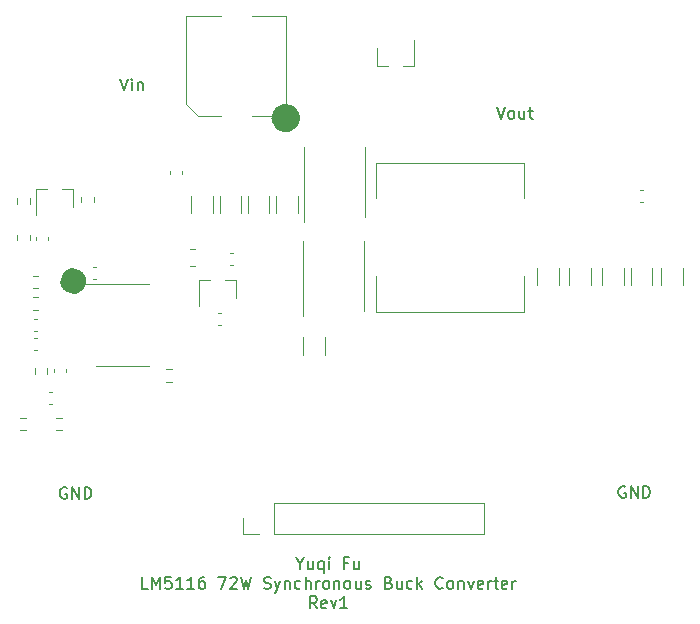
<source format=gbr>
%TF.GenerationSoftware,KiCad,Pcbnew,(5.1.8)-1*%
%TF.CreationDate,2022-03-13T17:16:43-07:00*%
%TF.ProjectId,lm5116_synchronous_buck,6c6d3531-3136-45f7-9379-6e6368726f6e,rev?*%
%TF.SameCoordinates,Original*%
%TF.FileFunction,Legend,Top*%
%TF.FilePolarity,Positive*%
%FSLAX46Y46*%
G04 Gerber Fmt 4.6, Leading zero omitted, Abs format (unit mm)*
G04 Created by KiCad (PCBNEW (5.1.8)-1) date 2022-03-13 17:16:43*
%MOMM*%
%LPD*%
G01*
G04 APERTURE LIST*
%ADD10C,2.000000*%
%ADD11C,0.150000*%
%ADD12C,0.120000*%
G04 APERTURE END LIST*
D10*
X140200000Y-84800000D02*
G75*
G03*
X140200000Y-84800000I-200000J0D01*
G01*
X122100000Y-98600000D02*
G75*
G03*
X122100000Y-98600000I-100000J0D01*
G01*
D11*
X141195238Y-122526190D02*
X141195238Y-123002380D01*
X140861904Y-122002380D02*
X141195238Y-122526190D01*
X141528571Y-122002380D01*
X142290476Y-122335714D02*
X142290476Y-123002380D01*
X141861904Y-122335714D02*
X141861904Y-122859523D01*
X141909523Y-122954761D01*
X142004761Y-123002380D01*
X142147619Y-123002380D01*
X142242857Y-122954761D01*
X142290476Y-122907142D01*
X143195238Y-122335714D02*
X143195238Y-123335714D01*
X143195238Y-122954761D02*
X143100000Y-123002380D01*
X142909523Y-123002380D01*
X142814285Y-122954761D01*
X142766666Y-122907142D01*
X142719047Y-122811904D01*
X142719047Y-122526190D01*
X142766666Y-122430952D01*
X142814285Y-122383333D01*
X142909523Y-122335714D01*
X143100000Y-122335714D01*
X143195238Y-122383333D01*
X143671428Y-123002380D02*
X143671428Y-122335714D01*
X143671428Y-122002380D02*
X143623809Y-122050000D01*
X143671428Y-122097619D01*
X143719047Y-122050000D01*
X143671428Y-122002380D01*
X143671428Y-122097619D01*
X145242857Y-122478571D02*
X144909523Y-122478571D01*
X144909523Y-123002380D02*
X144909523Y-122002380D01*
X145385714Y-122002380D01*
X146195238Y-122335714D02*
X146195238Y-123002380D01*
X145766666Y-122335714D02*
X145766666Y-122859523D01*
X145814285Y-122954761D01*
X145909523Y-123002380D01*
X146052380Y-123002380D01*
X146147619Y-122954761D01*
X146195238Y-122907142D01*
X128338095Y-124652380D02*
X127861904Y-124652380D01*
X127861904Y-123652380D01*
X128671428Y-124652380D02*
X128671428Y-123652380D01*
X129004761Y-124366666D01*
X129338095Y-123652380D01*
X129338095Y-124652380D01*
X130290476Y-123652380D02*
X129814285Y-123652380D01*
X129766666Y-124128571D01*
X129814285Y-124080952D01*
X129909523Y-124033333D01*
X130147619Y-124033333D01*
X130242857Y-124080952D01*
X130290476Y-124128571D01*
X130338095Y-124223809D01*
X130338095Y-124461904D01*
X130290476Y-124557142D01*
X130242857Y-124604761D01*
X130147619Y-124652380D01*
X129909523Y-124652380D01*
X129814285Y-124604761D01*
X129766666Y-124557142D01*
X131290476Y-124652380D02*
X130719047Y-124652380D01*
X131004761Y-124652380D02*
X131004761Y-123652380D01*
X130909523Y-123795238D01*
X130814285Y-123890476D01*
X130719047Y-123938095D01*
X132242857Y-124652380D02*
X131671428Y-124652380D01*
X131957142Y-124652380D02*
X131957142Y-123652380D01*
X131861904Y-123795238D01*
X131766666Y-123890476D01*
X131671428Y-123938095D01*
X133100000Y-123652380D02*
X132909523Y-123652380D01*
X132814285Y-123700000D01*
X132766666Y-123747619D01*
X132671428Y-123890476D01*
X132623809Y-124080952D01*
X132623809Y-124461904D01*
X132671428Y-124557142D01*
X132719047Y-124604761D01*
X132814285Y-124652380D01*
X133004761Y-124652380D01*
X133100000Y-124604761D01*
X133147619Y-124557142D01*
X133195238Y-124461904D01*
X133195238Y-124223809D01*
X133147619Y-124128571D01*
X133100000Y-124080952D01*
X133004761Y-124033333D01*
X132814285Y-124033333D01*
X132719047Y-124080952D01*
X132671428Y-124128571D01*
X132623809Y-124223809D01*
X134290476Y-123652380D02*
X134957142Y-123652380D01*
X134528571Y-124652380D01*
X135290476Y-123747619D02*
X135338095Y-123700000D01*
X135433333Y-123652380D01*
X135671428Y-123652380D01*
X135766666Y-123700000D01*
X135814285Y-123747619D01*
X135861904Y-123842857D01*
X135861904Y-123938095D01*
X135814285Y-124080952D01*
X135242857Y-124652380D01*
X135861904Y-124652380D01*
X136195238Y-123652380D02*
X136433333Y-124652380D01*
X136623809Y-123938095D01*
X136814285Y-124652380D01*
X137052380Y-123652380D01*
X138147619Y-124604761D02*
X138290476Y-124652380D01*
X138528571Y-124652380D01*
X138623809Y-124604761D01*
X138671428Y-124557142D01*
X138719047Y-124461904D01*
X138719047Y-124366666D01*
X138671428Y-124271428D01*
X138623809Y-124223809D01*
X138528571Y-124176190D01*
X138338095Y-124128571D01*
X138242857Y-124080952D01*
X138195238Y-124033333D01*
X138147619Y-123938095D01*
X138147619Y-123842857D01*
X138195238Y-123747619D01*
X138242857Y-123700000D01*
X138338095Y-123652380D01*
X138576190Y-123652380D01*
X138719047Y-123700000D01*
X139052380Y-123985714D02*
X139290476Y-124652380D01*
X139528571Y-123985714D02*
X139290476Y-124652380D01*
X139195238Y-124890476D01*
X139147619Y-124938095D01*
X139052380Y-124985714D01*
X139909523Y-123985714D02*
X139909523Y-124652380D01*
X139909523Y-124080952D02*
X139957142Y-124033333D01*
X140052380Y-123985714D01*
X140195238Y-123985714D01*
X140290476Y-124033333D01*
X140338095Y-124128571D01*
X140338095Y-124652380D01*
X141242857Y-124604761D02*
X141147619Y-124652380D01*
X140957142Y-124652380D01*
X140861904Y-124604761D01*
X140814285Y-124557142D01*
X140766666Y-124461904D01*
X140766666Y-124176190D01*
X140814285Y-124080952D01*
X140861904Y-124033333D01*
X140957142Y-123985714D01*
X141147619Y-123985714D01*
X141242857Y-124033333D01*
X141671428Y-124652380D02*
X141671428Y-123652380D01*
X142100000Y-124652380D02*
X142100000Y-124128571D01*
X142052380Y-124033333D01*
X141957142Y-123985714D01*
X141814285Y-123985714D01*
X141719047Y-124033333D01*
X141671428Y-124080952D01*
X142576190Y-124652380D02*
X142576190Y-123985714D01*
X142576190Y-124176190D02*
X142623809Y-124080952D01*
X142671428Y-124033333D01*
X142766666Y-123985714D01*
X142861904Y-123985714D01*
X143338095Y-124652380D02*
X143242857Y-124604761D01*
X143195238Y-124557142D01*
X143147619Y-124461904D01*
X143147619Y-124176190D01*
X143195238Y-124080952D01*
X143242857Y-124033333D01*
X143338095Y-123985714D01*
X143480952Y-123985714D01*
X143576190Y-124033333D01*
X143623809Y-124080952D01*
X143671428Y-124176190D01*
X143671428Y-124461904D01*
X143623809Y-124557142D01*
X143576190Y-124604761D01*
X143480952Y-124652380D01*
X143338095Y-124652380D01*
X144100000Y-123985714D02*
X144100000Y-124652380D01*
X144100000Y-124080952D02*
X144147619Y-124033333D01*
X144242857Y-123985714D01*
X144385714Y-123985714D01*
X144480952Y-124033333D01*
X144528571Y-124128571D01*
X144528571Y-124652380D01*
X145147619Y-124652380D02*
X145052380Y-124604761D01*
X145004761Y-124557142D01*
X144957142Y-124461904D01*
X144957142Y-124176190D01*
X145004761Y-124080952D01*
X145052380Y-124033333D01*
X145147619Y-123985714D01*
X145290476Y-123985714D01*
X145385714Y-124033333D01*
X145433333Y-124080952D01*
X145480952Y-124176190D01*
X145480952Y-124461904D01*
X145433333Y-124557142D01*
X145385714Y-124604761D01*
X145290476Y-124652380D01*
X145147619Y-124652380D01*
X146338095Y-123985714D02*
X146338095Y-124652380D01*
X145909523Y-123985714D02*
X145909523Y-124509523D01*
X145957142Y-124604761D01*
X146052380Y-124652380D01*
X146195238Y-124652380D01*
X146290476Y-124604761D01*
X146338095Y-124557142D01*
X146766666Y-124604761D02*
X146861904Y-124652380D01*
X147052380Y-124652380D01*
X147147619Y-124604761D01*
X147195238Y-124509523D01*
X147195238Y-124461904D01*
X147147619Y-124366666D01*
X147052380Y-124319047D01*
X146909523Y-124319047D01*
X146814285Y-124271428D01*
X146766666Y-124176190D01*
X146766666Y-124128571D01*
X146814285Y-124033333D01*
X146909523Y-123985714D01*
X147052380Y-123985714D01*
X147147619Y-124033333D01*
X148719047Y-124128571D02*
X148861904Y-124176190D01*
X148909523Y-124223809D01*
X148957142Y-124319047D01*
X148957142Y-124461904D01*
X148909523Y-124557142D01*
X148861904Y-124604761D01*
X148766666Y-124652380D01*
X148385714Y-124652380D01*
X148385714Y-123652380D01*
X148719047Y-123652380D01*
X148814285Y-123700000D01*
X148861904Y-123747619D01*
X148909523Y-123842857D01*
X148909523Y-123938095D01*
X148861904Y-124033333D01*
X148814285Y-124080952D01*
X148719047Y-124128571D01*
X148385714Y-124128571D01*
X149814285Y-123985714D02*
X149814285Y-124652380D01*
X149385714Y-123985714D02*
X149385714Y-124509523D01*
X149433333Y-124604761D01*
X149528571Y-124652380D01*
X149671428Y-124652380D01*
X149766666Y-124604761D01*
X149814285Y-124557142D01*
X150719047Y-124604761D02*
X150623809Y-124652380D01*
X150433333Y-124652380D01*
X150338095Y-124604761D01*
X150290476Y-124557142D01*
X150242857Y-124461904D01*
X150242857Y-124176190D01*
X150290476Y-124080952D01*
X150338095Y-124033333D01*
X150433333Y-123985714D01*
X150623809Y-123985714D01*
X150719047Y-124033333D01*
X151147619Y-124652380D02*
X151147619Y-123652380D01*
X151242857Y-124271428D02*
X151528571Y-124652380D01*
X151528571Y-123985714D02*
X151147619Y-124366666D01*
X153290476Y-124557142D02*
X153242857Y-124604761D01*
X153100000Y-124652380D01*
X153004761Y-124652380D01*
X152861904Y-124604761D01*
X152766666Y-124509523D01*
X152719047Y-124414285D01*
X152671428Y-124223809D01*
X152671428Y-124080952D01*
X152719047Y-123890476D01*
X152766666Y-123795238D01*
X152861904Y-123700000D01*
X153004761Y-123652380D01*
X153100000Y-123652380D01*
X153242857Y-123700000D01*
X153290476Y-123747619D01*
X153861904Y-124652380D02*
X153766666Y-124604761D01*
X153719047Y-124557142D01*
X153671428Y-124461904D01*
X153671428Y-124176190D01*
X153719047Y-124080952D01*
X153766666Y-124033333D01*
X153861904Y-123985714D01*
X154004761Y-123985714D01*
X154100000Y-124033333D01*
X154147619Y-124080952D01*
X154195238Y-124176190D01*
X154195238Y-124461904D01*
X154147619Y-124557142D01*
X154100000Y-124604761D01*
X154004761Y-124652380D01*
X153861904Y-124652380D01*
X154623809Y-123985714D02*
X154623809Y-124652380D01*
X154623809Y-124080952D02*
X154671428Y-124033333D01*
X154766666Y-123985714D01*
X154909523Y-123985714D01*
X155004761Y-124033333D01*
X155052380Y-124128571D01*
X155052380Y-124652380D01*
X155433333Y-123985714D02*
X155671428Y-124652380D01*
X155909523Y-123985714D01*
X156671428Y-124604761D02*
X156576190Y-124652380D01*
X156385714Y-124652380D01*
X156290476Y-124604761D01*
X156242857Y-124509523D01*
X156242857Y-124128571D01*
X156290476Y-124033333D01*
X156385714Y-123985714D01*
X156576190Y-123985714D01*
X156671428Y-124033333D01*
X156719047Y-124128571D01*
X156719047Y-124223809D01*
X156242857Y-124319047D01*
X157147619Y-124652380D02*
X157147619Y-123985714D01*
X157147619Y-124176190D02*
X157195238Y-124080952D01*
X157242857Y-124033333D01*
X157338095Y-123985714D01*
X157433333Y-123985714D01*
X157623809Y-123985714D02*
X158004761Y-123985714D01*
X157766666Y-123652380D02*
X157766666Y-124509523D01*
X157814285Y-124604761D01*
X157909523Y-124652380D01*
X158004761Y-124652380D01*
X158719047Y-124604761D02*
X158623809Y-124652380D01*
X158433333Y-124652380D01*
X158338095Y-124604761D01*
X158290476Y-124509523D01*
X158290476Y-124128571D01*
X158338095Y-124033333D01*
X158433333Y-123985714D01*
X158623809Y-123985714D01*
X158719047Y-124033333D01*
X158766666Y-124128571D01*
X158766666Y-124223809D01*
X158290476Y-124319047D01*
X159195238Y-124652380D02*
X159195238Y-123985714D01*
X159195238Y-124176190D02*
X159242857Y-124080952D01*
X159290476Y-124033333D01*
X159385714Y-123985714D01*
X159480952Y-123985714D01*
X142623809Y-126302380D02*
X142290476Y-125826190D01*
X142052380Y-126302380D02*
X142052380Y-125302380D01*
X142433333Y-125302380D01*
X142528571Y-125350000D01*
X142576190Y-125397619D01*
X142623809Y-125492857D01*
X142623809Y-125635714D01*
X142576190Y-125730952D01*
X142528571Y-125778571D01*
X142433333Y-125826190D01*
X142052380Y-125826190D01*
X143433333Y-126254761D02*
X143338095Y-126302380D01*
X143147619Y-126302380D01*
X143052380Y-126254761D01*
X143004761Y-126159523D01*
X143004761Y-125778571D01*
X143052380Y-125683333D01*
X143147619Y-125635714D01*
X143338095Y-125635714D01*
X143433333Y-125683333D01*
X143480952Y-125778571D01*
X143480952Y-125873809D01*
X143004761Y-125969047D01*
X143814285Y-125635714D02*
X144052380Y-126302380D01*
X144290476Y-125635714D01*
X145195238Y-126302380D02*
X144623809Y-126302380D01*
X144909523Y-126302380D02*
X144909523Y-125302380D01*
X144814285Y-125445238D01*
X144719047Y-125540476D01*
X144623809Y-125588095D01*
X121438095Y-116100000D02*
X121342857Y-116052380D01*
X121200000Y-116052380D01*
X121057142Y-116100000D01*
X120961904Y-116195238D01*
X120914285Y-116290476D01*
X120866666Y-116480952D01*
X120866666Y-116623809D01*
X120914285Y-116814285D01*
X120961904Y-116909523D01*
X121057142Y-117004761D01*
X121200000Y-117052380D01*
X121295238Y-117052380D01*
X121438095Y-117004761D01*
X121485714Y-116957142D01*
X121485714Y-116623809D01*
X121295238Y-116623809D01*
X121914285Y-117052380D02*
X121914285Y-116052380D01*
X122485714Y-117052380D01*
X122485714Y-116052380D01*
X122961904Y-117052380D02*
X122961904Y-116052380D01*
X123200000Y-116052380D01*
X123342857Y-116100000D01*
X123438095Y-116195238D01*
X123485714Y-116290476D01*
X123533333Y-116480952D01*
X123533333Y-116623809D01*
X123485714Y-116814285D01*
X123438095Y-116909523D01*
X123342857Y-117004761D01*
X123200000Y-117052380D01*
X122961904Y-117052380D01*
X168738095Y-116000000D02*
X168642857Y-115952380D01*
X168500000Y-115952380D01*
X168357142Y-116000000D01*
X168261904Y-116095238D01*
X168214285Y-116190476D01*
X168166666Y-116380952D01*
X168166666Y-116523809D01*
X168214285Y-116714285D01*
X168261904Y-116809523D01*
X168357142Y-116904761D01*
X168500000Y-116952380D01*
X168595238Y-116952380D01*
X168738095Y-116904761D01*
X168785714Y-116857142D01*
X168785714Y-116523809D01*
X168595238Y-116523809D01*
X169214285Y-116952380D02*
X169214285Y-115952380D01*
X169785714Y-116952380D01*
X169785714Y-115952380D01*
X170261904Y-116952380D02*
X170261904Y-115952380D01*
X170500000Y-115952380D01*
X170642857Y-116000000D01*
X170738095Y-116095238D01*
X170785714Y-116190476D01*
X170833333Y-116380952D01*
X170833333Y-116523809D01*
X170785714Y-116714285D01*
X170738095Y-116809523D01*
X170642857Y-116904761D01*
X170500000Y-116952380D01*
X170261904Y-116952380D01*
X125976190Y-81452380D02*
X126309523Y-82452380D01*
X126642857Y-81452380D01*
X126976190Y-82452380D02*
X126976190Y-81785714D01*
X126976190Y-81452380D02*
X126928571Y-81500000D01*
X126976190Y-81547619D01*
X127023809Y-81500000D01*
X126976190Y-81452380D01*
X126976190Y-81547619D01*
X127452380Y-81785714D02*
X127452380Y-82452380D01*
X127452380Y-81880952D02*
X127500000Y-81833333D01*
X127595238Y-81785714D01*
X127738095Y-81785714D01*
X127833333Y-81833333D01*
X127880952Y-81928571D01*
X127880952Y-82452380D01*
X157876190Y-83852380D02*
X158209523Y-84852380D01*
X158542857Y-83852380D01*
X159019047Y-84852380D02*
X158923809Y-84804761D01*
X158876190Y-84757142D01*
X158828571Y-84661904D01*
X158828571Y-84376190D01*
X158876190Y-84280952D01*
X158923809Y-84233333D01*
X159019047Y-84185714D01*
X159161904Y-84185714D01*
X159257142Y-84233333D01*
X159304761Y-84280952D01*
X159352380Y-84376190D01*
X159352380Y-84661904D01*
X159304761Y-84757142D01*
X159257142Y-84804761D01*
X159161904Y-84852380D01*
X159019047Y-84852380D01*
X160209523Y-84185714D02*
X160209523Y-84852380D01*
X159780952Y-84185714D02*
X159780952Y-84709523D01*
X159828571Y-84804761D01*
X159923809Y-84852380D01*
X160066666Y-84852380D01*
X160161904Y-84804761D01*
X160209523Y-84757142D01*
X160542857Y-84185714D02*
X160923809Y-84185714D01*
X160685714Y-83852380D02*
X160685714Y-84709523D01*
X160733333Y-84804761D01*
X160828571Y-84852380D01*
X160923809Y-84852380D01*
D12*
%TO.C,C10*%
X133810000Y-91388748D02*
X133810000Y-92811252D01*
X131990000Y-91388748D02*
X131990000Y-92811252D01*
%TO.C,C9*%
X136790000Y-91388748D02*
X136790000Y-92811252D01*
X138610000Y-91388748D02*
X138610000Y-92811252D01*
%TO.C,C8*%
X139190000Y-91388748D02*
X139190000Y-92811252D01*
X141010000Y-91388748D02*
X141010000Y-92811252D01*
%TO.C,C7*%
X134390000Y-91388748D02*
X134390000Y-92811252D01*
X136210000Y-91388748D02*
X136210000Y-92811252D01*
%TO.C,C4*%
X138995563Y-84660000D02*
X140060000Y-83595563D01*
X132604437Y-84660000D02*
X131540000Y-83595563D01*
X132604437Y-84660000D02*
X134490000Y-84660000D01*
X138995563Y-84660000D02*
X137110000Y-84660000D01*
X140060000Y-83595563D02*
X140060000Y-76140000D01*
X131540000Y-83595563D02*
X131540000Y-76140000D01*
X131540000Y-76140000D02*
X134490000Y-76140000D01*
X140060000Y-76140000D02*
X137110000Y-76140000D01*
%TO.C,D3*%
X147720000Y-80360000D02*
X147720000Y-78900000D01*
X150880000Y-80360000D02*
X150880000Y-78200000D01*
X150880000Y-80360000D02*
X149950000Y-80360000D01*
X147720000Y-80360000D02*
X148650000Y-80360000D01*
%TO.C,C20*%
X169959420Y-91910000D02*
X170240580Y-91910000D01*
X169959420Y-90890000D02*
X170240580Y-90890000D01*
%TO.C,C12*%
X131210000Y-89540580D02*
X131210000Y-89259420D01*
X130190000Y-89540580D02*
X130190000Y-89259420D01*
%TO.C,C3*%
X120390000Y-106340580D02*
X120390000Y-106059420D01*
X121410000Y-106340580D02*
X121410000Y-106059420D01*
%TO.C,C11*%
X135259420Y-96190000D02*
X135540580Y-96190000D01*
X135259420Y-97210000D02*
X135540580Y-97210000D01*
%TO.C,C1*%
X119910000Y-94834420D02*
X119910000Y-95115580D01*
X118890000Y-94834420D02*
X118890000Y-95115580D01*
%TO.C,C6*%
X118940580Y-104410000D02*
X118659420Y-104410000D01*
X118940580Y-103390000D02*
X118659420Y-103390000D01*
%TO.C,R1*%
X118322500Y-91562742D02*
X118322500Y-92037258D01*
X117277500Y-91562742D02*
X117277500Y-92037258D01*
%TO.C,C5*%
X120240580Y-109010000D02*
X119959420Y-109010000D01*
X120240580Y-107990000D02*
X119959420Y-107990000D01*
%TO.C,R2*%
X118322500Y-94687742D02*
X118322500Y-95162258D01*
X117277500Y-94687742D02*
X117277500Y-95162258D01*
%TO.C,C19*%
X123940580Y-98410000D02*
X123659420Y-98410000D01*
X123940580Y-97390000D02*
X123659420Y-97390000D01*
%TO.C,C13*%
X134259420Y-101290000D02*
X134540580Y-101290000D01*
X134259420Y-102310000D02*
X134540580Y-102310000D01*
%TO.C,R3*%
X118777500Y-106437258D02*
X118777500Y-105962742D01*
X119822500Y-106437258D02*
X119822500Y-105962742D01*
%TO.C,C2*%
X118659420Y-101790000D02*
X118940580Y-101790000D01*
X118659420Y-102810000D02*
X118940580Y-102810000D01*
%TO.C,R7*%
X129862742Y-106077500D02*
X130337258Y-106077500D01*
X129862742Y-107122500D02*
X130337258Y-107122500D01*
%TO.C,R6*%
X122677500Y-91937258D02*
X122677500Y-91462742D01*
X123722500Y-91937258D02*
X123722500Y-91462742D01*
%TO.C,R5*%
X119037258Y-99222500D02*
X118562742Y-99222500D01*
X119037258Y-98177500D02*
X118562742Y-98177500D01*
%TO.C,U1*%
X122450000Y-98850000D02*
X128430000Y-98850000D01*
X123970000Y-105750000D02*
X128430000Y-105750000D01*
%TO.C,R4*%
X118562742Y-99977500D02*
X119037258Y-99977500D01*
X118562742Y-101022500D02*
X119037258Y-101022500D01*
%TO.C,D1*%
X121980000Y-90840000D02*
X121980000Y-92300000D01*
X118820000Y-90840000D02*
X118820000Y-93000000D01*
X118820000Y-90840000D02*
X119750000Y-90840000D01*
X121980000Y-90840000D02*
X121050000Y-90840000D01*
%TO.C,R8*%
X132327064Y-95865000D02*
X131872936Y-95865000D01*
X132327064Y-97335000D02*
X131872936Y-97335000D01*
%TO.C,D2*%
X135780000Y-98540000D02*
X135780000Y-100000000D01*
X132620000Y-98540000D02*
X132620000Y-100700000D01*
X132620000Y-98540000D02*
X133550000Y-98540000D01*
X135780000Y-98540000D02*
X134850000Y-98540000D01*
%TO.C,R11*%
X118012258Y-111222500D02*
X117537742Y-111222500D01*
X118012258Y-110177500D02*
X117537742Y-110177500D01*
%TO.C,R10*%
X121024758Y-111222500D02*
X120550242Y-111222500D01*
X121024758Y-110177500D02*
X120550242Y-110177500D01*
%TO.C,J2*%
X136370000Y-120030000D02*
X136370000Y-118700000D01*
X137700000Y-120030000D02*
X136370000Y-120030000D01*
X138970000Y-120030000D02*
X138970000Y-117370000D01*
X138970000Y-117370000D02*
X156810000Y-117370000D01*
X138970000Y-120030000D02*
X156810000Y-120030000D01*
X156810000Y-120030000D02*
X156810000Y-117370000D01*
%TO.C,U3*%
X146635000Y-101140000D02*
X146635000Y-95250000D01*
X141495000Y-101595000D02*
X141495000Y-95250000D01*
%TO.C,U2*%
X146670000Y-93135000D02*
X146670000Y-87245000D01*
X141530000Y-93590000D02*
X141530000Y-87245000D01*
%TO.C,R9*%
X143310000Y-104827064D02*
X143310000Y-103372936D01*
X141490000Y-104827064D02*
X141490000Y-103372936D01*
%TO.C,L1*%
X160200000Y-88600000D02*
X160200000Y-91600000D01*
X147600000Y-88600000D02*
X160200000Y-88600000D01*
X147600000Y-91600000D02*
X147600000Y-88600000D01*
X147600000Y-101200000D02*
X147600000Y-98200000D01*
X160200000Y-101200000D02*
X147600000Y-101200000D01*
X160200000Y-98200000D02*
X160200000Y-101200000D01*
%TO.C,C18*%
X169190000Y-97488748D02*
X169190000Y-98911252D01*
X171010000Y-97488748D02*
X171010000Y-98911252D01*
%TO.C,C17*%
X166790000Y-97488748D02*
X166790000Y-98911252D01*
X168610000Y-97488748D02*
X168610000Y-98911252D01*
%TO.C,C16*%
X161290000Y-97488748D02*
X161290000Y-98911252D01*
X163110000Y-97488748D02*
X163110000Y-98911252D01*
%TO.C,C15*%
X171790000Y-97488748D02*
X171790000Y-98911252D01*
X173610000Y-97488748D02*
X173610000Y-98911252D01*
%TO.C,C14*%
X163990000Y-97488748D02*
X163990000Y-98911252D01*
X165810000Y-97488748D02*
X165810000Y-98911252D01*
%TD*%
M02*

</source>
